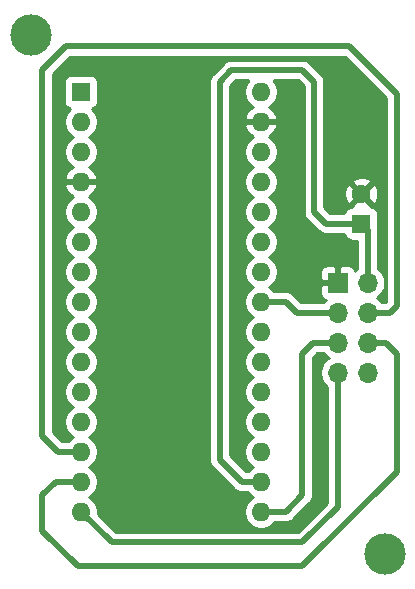
<source format=gbr>
%TF.GenerationSoftware,KiCad,Pcbnew,(5.1.10)-1*%
%TF.CreationDate,2021-09-13T09:28:10+02:00*%
%TF.ProjectId,CarteRecepteur,43617274-6552-4656-9365-70746575722e,rev?*%
%TF.SameCoordinates,Original*%
%TF.FileFunction,Copper,L1,Top*%
%TF.FilePolarity,Positive*%
%FSLAX46Y46*%
G04 Gerber Fmt 4.6, Leading zero omitted, Abs format (unit mm)*
G04 Created by KiCad (PCBNEW (5.1.10)-1) date 2021-09-13 09:28:10*
%MOMM*%
%LPD*%
G01*
G04 APERTURE LIST*
%TA.AperFunction,ComponentPad*%
%ADD10C,3.500000*%
%TD*%
%TA.AperFunction,ComponentPad*%
%ADD11O,1.600000X1.600000*%
%TD*%
%TA.AperFunction,ComponentPad*%
%ADD12R,1.600000X1.600000*%
%TD*%
%TA.AperFunction,ComponentPad*%
%ADD13C,1.600000*%
%TD*%
%TA.AperFunction,ComponentPad*%
%ADD14O,1.700000X1.700000*%
%TD*%
%TA.AperFunction,ComponentPad*%
%ADD15R,1.700000X1.700000*%
%TD*%
%TA.AperFunction,Conductor*%
%ADD16C,0.500000*%
%TD*%
%TA.AperFunction,Conductor*%
%ADD17C,0.254000*%
%TD*%
%TA.AperFunction,Conductor*%
%ADD18C,0.100000*%
%TD*%
G04 APERTURE END LIST*
D10*
%TO.P,H2,1*%
%TO.N,N/C*%
X138000000Y-92000000D03*
%TD*%
%TO.P,H1,1*%
%TO.N,N/C*%
X108000000Y-48000000D03*
%TD*%
D11*
%TO.P,A1,16*%
%TO.N,/SCK*%
X127500000Y-88400000D03*
%TO.P,A1,15*%
%TO.N,/MISO*%
X112260000Y-88400000D03*
%TO.P,A1,30*%
%TO.N,N/C*%
X127500000Y-52840000D03*
%TO.P,A1,14*%
%TO.N,/MOSI*%
X112260000Y-85860000D03*
%TO.P,A1,29*%
%TO.N,GND*%
X127500000Y-55380000D03*
%TO.P,A1,13*%
%TO.N,/CS*%
X112260000Y-83320000D03*
%TO.P,A1,28*%
%TO.N,N/C*%
X127500000Y-57920000D03*
%TO.P,A1,12*%
X112260000Y-80780000D03*
%TO.P,A1,27*%
X127500000Y-60460000D03*
%TO.P,A1,11*%
X112260000Y-78240000D03*
%TO.P,A1,26*%
X127500000Y-63000000D03*
%TO.P,A1,10*%
X112260000Y-75700000D03*
%TO.P,A1,25*%
X127500000Y-65540000D03*
%TO.P,A1,9*%
X112260000Y-73160000D03*
%TO.P,A1,24*%
X127500000Y-68080000D03*
%TO.P,A1,8*%
X112260000Y-70620000D03*
%TO.P,A1,23*%
%TO.N,/CE*%
X127500000Y-70620000D03*
%TO.P,A1,7*%
%TO.N,N/C*%
X112260000Y-68080000D03*
%TO.P,A1,22*%
X127500000Y-73160000D03*
%TO.P,A1,6*%
X112260000Y-65540000D03*
%TO.P,A1,21*%
X127500000Y-75700000D03*
%TO.P,A1,5*%
X112260000Y-63000000D03*
%TO.P,A1,20*%
X127500000Y-78240000D03*
%TO.P,A1,4*%
%TO.N,GND*%
X112260000Y-60460000D03*
%TO.P,A1,19*%
%TO.N,N/C*%
X127500000Y-80780000D03*
%TO.P,A1,3*%
X112260000Y-57920000D03*
%TO.P,A1,18*%
X127500000Y-83320000D03*
%TO.P,A1,2*%
X112260000Y-55380000D03*
%TO.P,A1,17*%
%TO.N,+3V3*%
X127500000Y-85860000D03*
D12*
%TO.P,A1,1*%
%TO.N,N/C*%
X112260000Y-52840000D03*
%TD*%
D13*
%TO.P,C1,2*%
%TO.N,GND*%
X136000000Y-61500000D03*
D12*
%TO.P,C1,1*%
%TO.N,+3V3*%
X136000000Y-64000000D03*
%TD*%
D14*
%TO.P,J1,8*%
%TO.N,N/C*%
X136540000Y-76620000D03*
%TO.P,J1,7*%
%TO.N,/MISO*%
X134000000Y-76620000D03*
%TO.P,J1,6*%
%TO.N,/MOSI*%
X136540000Y-74080000D03*
%TO.P,J1,5*%
%TO.N,/SCK*%
X134000000Y-74080000D03*
%TO.P,J1,4*%
%TO.N,/CS*%
X136540000Y-71540000D03*
%TO.P,J1,3*%
%TO.N,/CE*%
X134000000Y-71540000D03*
%TO.P,J1,2*%
%TO.N,+3V3*%
X136540000Y-69000000D03*
D15*
%TO.P,J1,1*%
%TO.N,GND*%
X134000000Y-69000000D03*
%TD*%
D16*
%TO.N,+3V3*%
X136540000Y-64540000D02*
X136000000Y-64000000D01*
X136540000Y-69000000D02*
X136540000Y-64540000D01*
X127500000Y-85860000D02*
X125860000Y-85860000D01*
X125860000Y-85860000D02*
X124000000Y-84000000D01*
X124000000Y-84000000D02*
X124000000Y-52000000D01*
X124000000Y-52000000D02*
X125000000Y-51000000D01*
X125000000Y-51000000D02*
X131000000Y-51000000D01*
X131000000Y-51000000D02*
X132000000Y-52000000D01*
X132000000Y-52000000D02*
X132000000Y-63000000D01*
X133000000Y-64000000D02*
X136000000Y-64000000D01*
X132000000Y-63000000D02*
X133000000Y-64000000D01*
%TO.N,/SCK*%
X127500000Y-88400000D02*
X129600000Y-88400000D01*
X129600000Y-88400000D02*
X131000000Y-87000000D01*
X131000000Y-87000000D02*
X131000000Y-75000000D01*
X131920000Y-74080000D02*
X134000000Y-74080000D01*
X131000000Y-75000000D02*
X131920000Y-74080000D01*
%TO.N,/MISO*%
X112260000Y-88400000D02*
X114860000Y-91000000D01*
X114860000Y-91000000D02*
X131000000Y-91000000D01*
X134000000Y-88000000D02*
X134000000Y-76620000D01*
X131000000Y-91000000D02*
X134000000Y-88000000D01*
%TO.N,/MOSI*%
X112260000Y-85860000D02*
X110140000Y-85860000D01*
X110140000Y-85860000D02*
X109000000Y-87000000D01*
X109000000Y-87000000D02*
X109000000Y-90000000D01*
X109000000Y-90000000D02*
X112000000Y-93000000D01*
X112000000Y-93000000D02*
X131000000Y-93000000D01*
X131000000Y-93000000D02*
X139000000Y-85000000D01*
X139000000Y-85000000D02*
X139000000Y-75000000D01*
X138080000Y-74080000D02*
X136540000Y-74080000D01*
X139000000Y-75000000D02*
X138080000Y-74080000D01*
%TO.N,/CS*%
X110320000Y-83320000D02*
X112260000Y-83320000D01*
X109000000Y-51000000D02*
X109000000Y-82000000D01*
X111000000Y-49000000D02*
X109000000Y-51000000D01*
X135000000Y-49000000D02*
X111000000Y-49000000D01*
X139000000Y-53000000D02*
X135000000Y-49000000D01*
X109000000Y-82000000D02*
X110320000Y-83320000D01*
X139000000Y-71000000D02*
X139000000Y-53000000D01*
X138460000Y-71540000D02*
X139000000Y-71000000D01*
X136540000Y-71540000D02*
X138460000Y-71540000D01*
%TO.N,/CE*%
X127500000Y-70620000D02*
X129620000Y-70620000D01*
X130540000Y-71540000D02*
X134000000Y-71540000D01*
X129620000Y-70620000D02*
X130540000Y-71540000D01*
%TD*%
D17*
%TO.N,GND*%
X138115001Y-53366580D02*
X138115000Y-70633422D01*
X138093422Y-70655000D01*
X137734656Y-70655000D01*
X137693475Y-70593368D01*
X137486632Y-70386525D01*
X137312240Y-70270000D01*
X137486632Y-70153475D01*
X137693475Y-69946632D01*
X137855990Y-69703411D01*
X137967932Y-69433158D01*
X138025000Y-69146260D01*
X138025000Y-68853740D01*
X137967932Y-68566842D01*
X137855990Y-68296589D01*
X137693475Y-68053368D01*
X137486632Y-67846525D01*
X137425000Y-67805344D01*
X137425000Y-64927159D01*
X137425812Y-64924482D01*
X137438072Y-64800000D01*
X137438072Y-63200000D01*
X137425812Y-63075518D01*
X137389502Y-62955820D01*
X137330537Y-62845506D01*
X137251185Y-62748815D01*
X137154494Y-62669463D01*
X137044180Y-62610498D01*
X136924482Y-62574188D01*
X136800000Y-62561928D01*
X136792785Y-62561928D01*
X136813097Y-62492702D01*
X136000000Y-61679605D01*
X135186903Y-62492702D01*
X135207215Y-62561928D01*
X135200000Y-62561928D01*
X135075518Y-62574188D01*
X134955820Y-62610498D01*
X134845506Y-62669463D01*
X134748815Y-62748815D01*
X134669463Y-62845506D01*
X134610498Y-62955820D01*
X134574188Y-63075518D01*
X134570299Y-63115000D01*
X133366579Y-63115000D01*
X132885000Y-62633422D01*
X132885000Y-61570512D01*
X134559783Y-61570512D01*
X134601213Y-61850130D01*
X134696397Y-62116292D01*
X134763329Y-62241514D01*
X135007298Y-62313097D01*
X135820395Y-61500000D01*
X136179605Y-61500000D01*
X136992702Y-62313097D01*
X137236671Y-62241514D01*
X137357571Y-61986004D01*
X137426300Y-61711816D01*
X137440217Y-61429488D01*
X137398787Y-61149870D01*
X137303603Y-60883708D01*
X137236671Y-60758486D01*
X136992702Y-60686903D01*
X136179605Y-61500000D01*
X135820395Y-61500000D01*
X135007298Y-60686903D01*
X134763329Y-60758486D01*
X134642429Y-61013996D01*
X134573700Y-61288184D01*
X134559783Y-61570512D01*
X132885000Y-61570512D01*
X132885000Y-60507298D01*
X135186903Y-60507298D01*
X136000000Y-61320395D01*
X136813097Y-60507298D01*
X136741514Y-60263329D01*
X136486004Y-60142429D01*
X136211816Y-60073700D01*
X135929488Y-60059783D01*
X135649870Y-60101213D01*
X135383708Y-60196397D01*
X135258486Y-60263329D01*
X135186903Y-60507298D01*
X132885000Y-60507298D01*
X132885000Y-52043469D01*
X132889281Y-52000000D01*
X132885000Y-51956531D01*
X132885000Y-51956523D01*
X132872195Y-51826510D01*
X132862885Y-51795820D01*
X132821589Y-51659686D01*
X132739411Y-51505941D01*
X132656532Y-51404953D01*
X132656530Y-51404951D01*
X132628817Y-51371183D01*
X132595050Y-51343471D01*
X131656532Y-50404954D01*
X131628817Y-50371183D01*
X131494059Y-50260589D01*
X131340313Y-50178411D01*
X131173490Y-50127805D01*
X131043477Y-50115000D01*
X131043469Y-50115000D01*
X131000000Y-50110719D01*
X130956531Y-50115000D01*
X125043469Y-50115000D01*
X125000000Y-50110719D01*
X124956531Y-50115000D01*
X124956523Y-50115000D01*
X124826510Y-50127805D01*
X124659686Y-50178411D01*
X124505941Y-50260589D01*
X124404953Y-50343468D01*
X124404951Y-50343470D01*
X124371183Y-50371183D01*
X124343470Y-50404951D01*
X123404951Y-51343471D01*
X123371184Y-51371183D01*
X123343471Y-51404951D01*
X123343468Y-51404954D01*
X123260590Y-51505941D01*
X123178412Y-51659687D01*
X123127805Y-51826510D01*
X123110719Y-52000000D01*
X123115001Y-52043479D01*
X123115000Y-83956531D01*
X123110719Y-84000000D01*
X123115000Y-84043469D01*
X123115000Y-84043476D01*
X123121623Y-84110719D01*
X123127805Y-84173490D01*
X123143157Y-84224096D01*
X123178411Y-84340312D01*
X123260589Y-84494058D01*
X123371183Y-84628817D01*
X123404956Y-84656534D01*
X125203468Y-86455047D01*
X125231183Y-86488817D01*
X125264951Y-86516530D01*
X125264953Y-86516532D01*
X125293216Y-86539727D01*
X125365941Y-86599411D01*
X125519687Y-86681589D01*
X125686510Y-86732195D01*
X125816523Y-86745000D01*
X125816533Y-86745000D01*
X125859999Y-86749281D01*
X125903465Y-86745000D01*
X126365479Y-86745000D01*
X126385363Y-86774759D01*
X126585241Y-86974637D01*
X126817759Y-87130000D01*
X126585241Y-87285363D01*
X126385363Y-87485241D01*
X126228320Y-87720273D01*
X126120147Y-87981426D01*
X126065000Y-88258665D01*
X126065000Y-88541335D01*
X126120147Y-88818574D01*
X126228320Y-89079727D01*
X126385363Y-89314759D01*
X126585241Y-89514637D01*
X126820273Y-89671680D01*
X127081426Y-89779853D01*
X127358665Y-89835000D01*
X127641335Y-89835000D01*
X127918574Y-89779853D01*
X128179727Y-89671680D01*
X128414759Y-89514637D01*
X128614637Y-89314759D01*
X128634521Y-89285000D01*
X129556531Y-89285000D01*
X129600000Y-89289281D01*
X129643469Y-89285000D01*
X129643477Y-89285000D01*
X129773490Y-89272195D01*
X129940313Y-89221589D01*
X130094059Y-89139411D01*
X130228817Y-89028817D01*
X130256534Y-88995044D01*
X131595050Y-87656529D01*
X131628817Y-87628817D01*
X131670185Y-87578411D01*
X131739410Y-87494060D01*
X131739411Y-87494059D01*
X131821589Y-87340313D01*
X131872195Y-87173490D01*
X131885000Y-87043477D01*
X131885000Y-87043469D01*
X131889281Y-87000000D01*
X131885000Y-86956531D01*
X131885000Y-75366578D01*
X132286579Y-74965000D01*
X132805344Y-74965000D01*
X132846525Y-75026632D01*
X133053368Y-75233475D01*
X133227760Y-75350000D01*
X133053368Y-75466525D01*
X132846525Y-75673368D01*
X132684010Y-75916589D01*
X132572068Y-76186842D01*
X132515000Y-76473740D01*
X132515000Y-76766260D01*
X132572068Y-77053158D01*
X132684010Y-77323411D01*
X132846525Y-77566632D01*
X133053368Y-77773475D01*
X133115001Y-77814657D01*
X133115000Y-87633421D01*
X130633422Y-90115000D01*
X115226579Y-90115000D01*
X113688017Y-88576439D01*
X113695000Y-88541335D01*
X113695000Y-88258665D01*
X113639853Y-87981426D01*
X113531680Y-87720273D01*
X113374637Y-87485241D01*
X113174759Y-87285363D01*
X112942241Y-87130000D01*
X113174759Y-86974637D01*
X113374637Y-86774759D01*
X113531680Y-86539727D01*
X113639853Y-86278574D01*
X113695000Y-86001335D01*
X113695000Y-85718665D01*
X113639853Y-85441426D01*
X113531680Y-85180273D01*
X113374637Y-84945241D01*
X113174759Y-84745363D01*
X112942241Y-84590000D01*
X113174759Y-84434637D01*
X113374637Y-84234759D01*
X113531680Y-83999727D01*
X113639853Y-83738574D01*
X113695000Y-83461335D01*
X113695000Y-83178665D01*
X113639853Y-82901426D01*
X113531680Y-82640273D01*
X113374637Y-82405241D01*
X113174759Y-82205363D01*
X112942241Y-82050000D01*
X113174759Y-81894637D01*
X113374637Y-81694759D01*
X113531680Y-81459727D01*
X113639853Y-81198574D01*
X113695000Y-80921335D01*
X113695000Y-80638665D01*
X113639853Y-80361426D01*
X113531680Y-80100273D01*
X113374637Y-79865241D01*
X113174759Y-79665363D01*
X112942241Y-79510000D01*
X113174759Y-79354637D01*
X113374637Y-79154759D01*
X113531680Y-78919727D01*
X113639853Y-78658574D01*
X113695000Y-78381335D01*
X113695000Y-78098665D01*
X113639853Y-77821426D01*
X113531680Y-77560273D01*
X113374637Y-77325241D01*
X113174759Y-77125363D01*
X112942241Y-76970000D01*
X113174759Y-76814637D01*
X113374637Y-76614759D01*
X113531680Y-76379727D01*
X113639853Y-76118574D01*
X113695000Y-75841335D01*
X113695000Y-75558665D01*
X113639853Y-75281426D01*
X113531680Y-75020273D01*
X113374637Y-74785241D01*
X113174759Y-74585363D01*
X112942241Y-74430000D01*
X113174759Y-74274637D01*
X113374637Y-74074759D01*
X113531680Y-73839727D01*
X113639853Y-73578574D01*
X113695000Y-73301335D01*
X113695000Y-73018665D01*
X113639853Y-72741426D01*
X113531680Y-72480273D01*
X113374637Y-72245241D01*
X113174759Y-72045363D01*
X112942241Y-71890000D01*
X113174759Y-71734637D01*
X113374637Y-71534759D01*
X113531680Y-71299727D01*
X113639853Y-71038574D01*
X113695000Y-70761335D01*
X113695000Y-70478665D01*
X113639853Y-70201426D01*
X113531680Y-69940273D01*
X113374637Y-69705241D01*
X113174759Y-69505363D01*
X112942241Y-69350000D01*
X113174759Y-69194637D01*
X113374637Y-68994759D01*
X113531680Y-68759727D01*
X113639853Y-68498574D01*
X113695000Y-68221335D01*
X113695000Y-67938665D01*
X113639853Y-67661426D01*
X113531680Y-67400273D01*
X113374637Y-67165241D01*
X113174759Y-66965363D01*
X112942241Y-66810000D01*
X113174759Y-66654637D01*
X113374637Y-66454759D01*
X113531680Y-66219727D01*
X113639853Y-65958574D01*
X113695000Y-65681335D01*
X113695000Y-65398665D01*
X113639853Y-65121426D01*
X113531680Y-64860273D01*
X113374637Y-64625241D01*
X113174759Y-64425363D01*
X112942241Y-64270000D01*
X113174759Y-64114637D01*
X113374637Y-63914759D01*
X113531680Y-63679727D01*
X113639853Y-63418574D01*
X113695000Y-63141335D01*
X113695000Y-62858665D01*
X113639853Y-62581426D01*
X113531680Y-62320273D01*
X113374637Y-62085241D01*
X113174759Y-61885363D01*
X112939727Y-61728320D01*
X112929135Y-61723933D01*
X113115131Y-61612385D01*
X113323519Y-61423414D01*
X113491037Y-61197420D01*
X113611246Y-60943087D01*
X113651904Y-60809039D01*
X113529915Y-60587000D01*
X112387000Y-60587000D01*
X112387000Y-60607000D01*
X112133000Y-60607000D01*
X112133000Y-60587000D01*
X110990085Y-60587000D01*
X110868096Y-60809039D01*
X110908754Y-60943087D01*
X111028963Y-61197420D01*
X111196481Y-61423414D01*
X111404869Y-61612385D01*
X111590865Y-61723933D01*
X111580273Y-61728320D01*
X111345241Y-61885363D01*
X111145363Y-62085241D01*
X110988320Y-62320273D01*
X110880147Y-62581426D01*
X110825000Y-62858665D01*
X110825000Y-63141335D01*
X110880147Y-63418574D01*
X110988320Y-63679727D01*
X111145363Y-63914759D01*
X111345241Y-64114637D01*
X111577759Y-64270000D01*
X111345241Y-64425363D01*
X111145363Y-64625241D01*
X110988320Y-64860273D01*
X110880147Y-65121426D01*
X110825000Y-65398665D01*
X110825000Y-65681335D01*
X110880147Y-65958574D01*
X110988320Y-66219727D01*
X111145363Y-66454759D01*
X111345241Y-66654637D01*
X111577759Y-66810000D01*
X111345241Y-66965363D01*
X111145363Y-67165241D01*
X110988320Y-67400273D01*
X110880147Y-67661426D01*
X110825000Y-67938665D01*
X110825000Y-68221335D01*
X110880147Y-68498574D01*
X110988320Y-68759727D01*
X111145363Y-68994759D01*
X111345241Y-69194637D01*
X111577759Y-69350000D01*
X111345241Y-69505363D01*
X111145363Y-69705241D01*
X110988320Y-69940273D01*
X110880147Y-70201426D01*
X110825000Y-70478665D01*
X110825000Y-70761335D01*
X110880147Y-71038574D01*
X110988320Y-71299727D01*
X111145363Y-71534759D01*
X111345241Y-71734637D01*
X111577759Y-71890000D01*
X111345241Y-72045363D01*
X111145363Y-72245241D01*
X110988320Y-72480273D01*
X110880147Y-72741426D01*
X110825000Y-73018665D01*
X110825000Y-73301335D01*
X110880147Y-73578574D01*
X110988320Y-73839727D01*
X111145363Y-74074759D01*
X111345241Y-74274637D01*
X111577759Y-74430000D01*
X111345241Y-74585363D01*
X111145363Y-74785241D01*
X110988320Y-75020273D01*
X110880147Y-75281426D01*
X110825000Y-75558665D01*
X110825000Y-75841335D01*
X110880147Y-76118574D01*
X110988320Y-76379727D01*
X111145363Y-76614759D01*
X111345241Y-76814637D01*
X111577759Y-76970000D01*
X111345241Y-77125363D01*
X111145363Y-77325241D01*
X110988320Y-77560273D01*
X110880147Y-77821426D01*
X110825000Y-78098665D01*
X110825000Y-78381335D01*
X110880147Y-78658574D01*
X110988320Y-78919727D01*
X111145363Y-79154759D01*
X111345241Y-79354637D01*
X111577759Y-79510000D01*
X111345241Y-79665363D01*
X111145363Y-79865241D01*
X110988320Y-80100273D01*
X110880147Y-80361426D01*
X110825000Y-80638665D01*
X110825000Y-80921335D01*
X110880147Y-81198574D01*
X110988320Y-81459727D01*
X111145363Y-81694759D01*
X111345241Y-81894637D01*
X111577759Y-82050000D01*
X111345241Y-82205363D01*
X111145363Y-82405241D01*
X111125479Y-82435000D01*
X110686579Y-82435000D01*
X109885000Y-81633422D01*
X109885000Y-52040000D01*
X110821928Y-52040000D01*
X110821928Y-53640000D01*
X110834188Y-53764482D01*
X110870498Y-53884180D01*
X110929463Y-53994494D01*
X111008815Y-54091185D01*
X111105506Y-54170537D01*
X111215820Y-54229502D01*
X111335518Y-54265812D01*
X111343961Y-54266643D01*
X111145363Y-54465241D01*
X110988320Y-54700273D01*
X110880147Y-54961426D01*
X110825000Y-55238665D01*
X110825000Y-55521335D01*
X110880147Y-55798574D01*
X110988320Y-56059727D01*
X111145363Y-56294759D01*
X111345241Y-56494637D01*
X111577759Y-56650000D01*
X111345241Y-56805363D01*
X111145363Y-57005241D01*
X110988320Y-57240273D01*
X110880147Y-57501426D01*
X110825000Y-57778665D01*
X110825000Y-58061335D01*
X110880147Y-58338574D01*
X110988320Y-58599727D01*
X111145363Y-58834759D01*
X111345241Y-59034637D01*
X111580273Y-59191680D01*
X111590865Y-59196067D01*
X111404869Y-59307615D01*
X111196481Y-59496586D01*
X111028963Y-59722580D01*
X110908754Y-59976913D01*
X110868096Y-60110961D01*
X110990085Y-60333000D01*
X112133000Y-60333000D01*
X112133000Y-60313000D01*
X112387000Y-60313000D01*
X112387000Y-60333000D01*
X113529915Y-60333000D01*
X113651904Y-60110961D01*
X113611246Y-59976913D01*
X113491037Y-59722580D01*
X113323519Y-59496586D01*
X113115131Y-59307615D01*
X112929135Y-59196067D01*
X112939727Y-59191680D01*
X113174759Y-59034637D01*
X113374637Y-58834759D01*
X113531680Y-58599727D01*
X113639853Y-58338574D01*
X113695000Y-58061335D01*
X113695000Y-57778665D01*
X113639853Y-57501426D01*
X113531680Y-57240273D01*
X113374637Y-57005241D01*
X113174759Y-56805363D01*
X112942241Y-56650000D01*
X113174759Y-56494637D01*
X113374637Y-56294759D01*
X113531680Y-56059727D01*
X113639853Y-55798574D01*
X113695000Y-55521335D01*
X113695000Y-55238665D01*
X113639853Y-54961426D01*
X113531680Y-54700273D01*
X113374637Y-54465241D01*
X113176039Y-54266643D01*
X113184482Y-54265812D01*
X113304180Y-54229502D01*
X113414494Y-54170537D01*
X113511185Y-54091185D01*
X113590537Y-53994494D01*
X113649502Y-53884180D01*
X113685812Y-53764482D01*
X113698072Y-53640000D01*
X113698072Y-52040000D01*
X113685812Y-51915518D01*
X113649502Y-51795820D01*
X113590537Y-51685506D01*
X113511185Y-51588815D01*
X113414494Y-51509463D01*
X113304180Y-51450498D01*
X113184482Y-51414188D01*
X113060000Y-51401928D01*
X111460000Y-51401928D01*
X111335518Y-51414188D01*
X111215820Y-51450498D01*
X111105506Y-51509463D01*
X111008815Y-51588815D01*
X110929463Y-51685506D01*
X110870498Y-51795820D01*
X110834188Y-51915518D01*
X110821928Y-52040000D01*
X109885000Y-52040000D01*
X109885000Y-51366578D01*
X111366579Y-49885000D01*
X134633422Y-49885000D01*
X138115001Y-53366580D01*
%TA.AperFunction,Conductor*%
D18*
G36*
X138115001Y-53366580D02*
G01*
X138115000Y-70633422D01*
X138093422Y-70655000D01*
X137734656Y-70655000D01*
X137693475Y-70593368D01*
X137486632Y-70386525D01*
X137312240Y-70270000D01*
X137486632Y-70153475D01*
X137693475Y-69946632D01*
X137855990Y-69703411D01*
X137967932Y-69433158D01*
X138025000Y-69146260D01*
X138025000Y-68853740D01*
X137967932Y-68566842D01*
X137855990Y-68296589D01*
X137693475Y-68053368D01*
X137486632Y-67846525D01*
X137425000Y-67805344D01*
X137425000Y-64927159D01*
X137425812Y-64924482D01*
X137438072Y-64800000D01*
X137438072Y-63200000D01*
X137425812Y-63075518D01*
X137389502Y-62955820D01*
X137330537Y-62845506D01*
X137251185Y-62748815D01*
X137154494Y-62669463D01*
X137044180Y-62610498D01*
X136924482Y-62574188D01*
X136800000Y-62561928D01*
X136792785Y-62561928D01*
X136813097Y-62492702D01*
X136000000Y-61679605D01*
X135186903Y-62492702D01*
X135207215Y-62561928D01*
X135200000Y-62561928D01*
X135075518Y-62574188D01*
X134955820Y-62610498D01*
X134845506Y-62669463D01*
X134748815Y-62748815D01*
X134669463Y-62845506D01*
X134610498Y-62955820D01*
X134574188Y-63075518D01*
X134570299Y-63115000D01*
X133366579Y-63115000D01*
X132885000Y-62633422D01*
X132885000Y-61570512D01*
X134559783Y-61570512D01*
X134601213Y-61850130D01*
X134696397Y-62116292D01*
X134763329Y-62241514D01*
X135007298Y-62313097D01*
X135820395Y-61500000D01*
X136179605Y-61500000D01*
X136992702Y-62313097D01*
X137236671Y-62241514D01*
X137357571Y-61986004D01*
X137426300Y-61711816D01*
X137440217Y-61429488D01*
X137398787Y-61149870D01*
X137303603Y-60883708D01*
X137236671Y-60758486D01*
X136992702Y-60686903D01*
X136179605Y-61500000D01*
X135820395Y-61500000D01*
X135007298Y-60686903D01*
X134763329Y-60758486D01*
X134642429Y-61013996D01*
X134573700Y-61288184D01*
X134559783Y-61570512D01*
X132885000Y-61570512D01*
X132885000Y-60507298D01*
X135186903Y-60507298D01*
X136000000Y-61320395D01*
X136813097Y-60507298D01*
X136741514Y-60263329D01*
X136486004Y-60142429D01*
X136211816Y-60073700D01*
X135929488Y-60059783D01*
X135649870Y-60101213D01*
X135383708Y-60196397D01*
X135258486Y-60263329D01*
X135186903Y-60507298D01*
X132885000Y-60507298D01*
X132885000Y-52043469D01*
X132889281Y-52000000D01*
X132885000Y-51956531D01*
X132885000Y-51956523D01*
X132872195Y-51826510D01*
X132862885Y-51795820D01*
X132821589Y-51659686D01*
X132739411Y-51505941D01*
X132656532Y-51404953D01*
X132656530Y-51404951D01*
X132628817Y-51371183D01*
X132595050Y-51343471D01*
X131656532Y-50404954D01*
X131628817Y-50371183D01*
X131494059Y-50260589D01*
X131340313Y-50178411D01*
X131173490Y-50127805D01*
X131043477Y-50115000D01*
X131043469Y-50115000D01*
X131000000Y-50110719D01*
X130956531Y-50115000D01*
X125043469Y-50115000D01*
X125000000Y-50110719D01*
X124956531Y-50115000D01*
X124956523Y-50115000D01*
X124826510Y-50127805D01*
X124659686Y-50178411D01*
X124505941Y-50260589D01*
X124404953Y-50343468D01*
X124404951Y-50343470D01*
X124371183Y-50371183D01*
X124343470Y-50404951D01*
X123404951Y-51343471D01*
X123371184Y-51371183D01*
X123343471Y-51404951D01*
X123343468Y-51404954D01*
X123260590Y-51505941D01*
X123178412Y-51659687D01*
X123127805Y-51826510D01*
X123110719Y-52000000D01*
X123115001Y-52043479D01*
X123115000Y-83956531D01*
X123110719Y-84000000D01*
X123115000Y-84043469D01*
X123115000Y-84043476D01*
X123121623Y-84110719D01*
X123127805Y-84173490D01*
X123143157Y-84224096D01*
X123178411Y-84340312D01*
X123260589Y-84494058D01*
X123371183Y-84628817D01*
X123404956Y-84656534D01*
X125203468Y-86455047D01*
X125231183Y-86488817D01*
X125264951Y-86516530D01*
X125264953Y-86516532D01*
X125293216Y-86539727D01*
X125365941Y-86599411D01*
X125519687Y-86681589D01*
X125686510Y-86732195D01*
X125816523Y-86745000D01*
X125816533Y-86745000D01*
X125859999Y-86749281D01*
X125903465Y-86745000D01*
X126365479Y-86745000D01*
X126385363Y-86774759D01*
X126585241Y-86974637D01*
X126817759Y-87130000D01*
X126585241Y-87285363D01*
X126385363Y-87485241D01*
X126228320Y-87720273D01*
X126120147Y-87981426D01*
X126065000Y-88258665D01*
X126065000Y-88541335D01*
X126120147Y-88818574D01*
X126228320Y-89079727D01*
X126385363Y-89314759D01*
X126585241Y-89514637D01*
X126820273Y-89671680D01*
X127081426Y-89779853D01*
X127358665Y-89835000D01*
X127641335Y-89835000D01*
X127918574Y-89779853D01*
X128179727Y-89671680D01*
X128414759Y-89514637D01*
X128614637Y-89314759D01*
X128634521Y-89285000D01*
X129556531Y-89285000D01*
X129600000Y-89289281D01*
X129643469Y-89285000D01*
X129643477Y-89285000D01*
X129773490Y-89272195D01*
X129940313Y-89221589D01*
X130094059Y-89139411D01*
X130228817Y-89028817D01*
X130256534Y-88995044D01*
X131595050Y-87656529D01*
X131628817Y-87628817D01*
X131670185Y-87578411D01*
X131739410Y-87494060D01*
X131739411Y-87494059D01*
X131821589Y-87340313D01*
X131872195Y-87173490D01*
X131885000Y-87043477D01*
X131885000Y-87043469D01*
X131889281Y-87000000D01*
X131885000Y-86956531D01*
X131885000Y-75366578D01*
X132286579Y-74965000D01*
X132805344Y-74965000D01*
X132846525Y-75026632D01*
X133053368Y-75233475D01*
X133227760Y-75350000D01*
X133053368Y-75466525D01*
X132846525Y-75673368D01*
X132684010Y-75916589D01*
X132572068Y-76186842D01*
X132515000Y-76473740D01*
X132515000Y-76766260D01*
X132572068Y-77053158D01*
X132684010Y-77323411D01*
X132846525Y-77566632D01*
X133053368Y-77773475D01*
X133115001Y-77814657D01*
X133115000Y-87633421D01*
X130633422Y-90115000D01*
X115226579Y-90115000D01*
X113688017Y-88576439D01*
X113695000Y-88541335D01*
X113695000Y-88258665D01*
X113639853Y-87981426D01*
X113531680Y-87720273D01*
X113374637Y-87485241D01*
X113174759Y-87285363D01*
X112942241Y-87130000D01*
X113174759Y-86974637D01*
X113374637Y-86774759D01*
X113531680Y-86539727D01*
X113639853Y-86278574D01*
X113695000Y-86001335D01*
X113695000Y-85718665D01*
X113639853Y-85441426D01*
X113531680Y-85180273D01*
X113374637Y-84945241D01*
X113174759Y-84745363D01*
X112942241Y-84590000D01*
X113174759Y-84434637D01*
X113374637Y-84234759D01*
X113531680Y-83999727D01*
X113639853Y-83738574D01*
X113695000Y-83461335D01*
X113695000Y-83178665D01*
X113639853Y-82901426D01*
X113531680Y-82640273D01*
X113374637Y-82405241D01*
X113174759Y-82205363D01*
X112942241Y-82050000D01*
X113174759Y-81894637D01*
X113374637Y-81694759D01*
X113531680Y-81459727D01*
X113639853Y-81198574D01*
X113695000Y-80921335D01*
X113695000Y-80638665D01*
X113639853Y-80361426D01*
X113531680Y-80100273D01*
X113374637Y-79865241D01*
X113174759Y-79665363D01*
X112942241Y-79510000D01*
X113174759Y-79354637D01*
X113374637Y-79154759D01*
X113531680Y-78919727D01*
X113639853Y-78658574D01*
X113695000Y-78381335D01*
X113695000Y-78098665D01*
X113639853Y-77821426D01*
X113531680Y-77560273D01*
X113374637Y-77325241D01*
X113174759Y-77125363D01*
X112942241Y-76970000D01*
X113174759Y-76814637D01*
X113374637Y-76614759D01*
X113531680Y-76379727D01*
X113639853Y-76118574D01*
X113695000Y-75841335D01*
X113695000Y-75558665D01*
X113639853Y-75281426D01*
X113531680Y-75020273D01*
X113374637Y-74785241D01*
X113174759Y-74585363D01*
X112942241Y-74430000D01*
X113174759Y-74274637D01*
X113374637Y-74074759D01*
X113531680Y-73839727D01*
X113639853Y-73578574D01*
X113695000Y-73301335D01*
X113695000Y-73018665D01*
X113639853Y-72741426D01*
X113531680Y-72480273D01*
X113374637Y-72245241D01*
X113174759Y-72045363D01*
X112942241Y-71890000D01*
X113174759Y-71734637D01*
X113374637Y-71534759D01*
X113531680Y-71299727D01*
X113639853Y-71038574D01*
X113695000Y-70761335D01*
X113695000Y-70478665D01*
X113639853Y-70201426D01*
X113531680Y-69940273D01*
X113374637Y-69705241D01*
X113174759Y-69505363D01*
X112942241Y-69350000D01*
X113174759Y-69194637D01*
X113374637Y-68994759D01*
X113531680Y-68759727D01*
X113639853Y-68498574D01*
X113695000Y-68221335D01*
X113695000Y-67938665D01*
X113639853Y-67661426D01*
X113531680Y-67400273D01*
X113374637Y-67165241D01*
X113174759Y-66965363D01*
X112942241Y-66810000D01*
X113174759Y-66654637D01*
X113374637Y-66454759D01*
X113531680Y-66219727D01*
X113639853Y-65958574D01*
X113695000Y-65681335D01*
X113695000Y-65398665D01*
X113639853Y-65121426D01*
X113531680Y-64860273D01*
X113374637Y-64625241D01*
X113174759Y-64425363D01*
X112942241Y-64270000D01*
X113174759Y-64114637D01*
X113374637Y-63914759D01*
X113531680Y-63679727D01*
X113639853Y-63418574D01*
X113695000Y-63141335D01*
X113695000Y-62858665D01*
X113639853Y-62581426D01*
X113531680Y-62320273D01*
X113374637Y-62085241D01*
X113174759Y-61885363D01*
X112939727Y-61728320D01*
X112929135Y-61723933D01*
X113115131Y-61612385D01*
X113323519Y-61423414D01*
X113491037Y-61197420D01*
X113611246Y-60943087D01*
X113651904Y-60809039D01*
X113529915Y-60587000D01*
X112387000Y-60587000D01*
X112387000Y-60607000D01*
X112133000Y-60607000D01*
X112133000Y-60587000D01*
X110990085Y-60587000D01*
X110868096Y-60809039D01*
X110908754Y-60943087D01*
X111028963Y-61197420D01*
X111196481Y-61423414D01*
X111404869Y-61612385D01*
X111590865Y-61723933D01*
X111580273Y-61728320D01*
X111345241Y-61885363D01*
X111145363Y-62085241D01*
X110988320Y-62320273D01*
X110880147Y-62581426D01*
X110825000Y-62858665D01*
X110825000Y-63141335D01*
X110880147Y-63418574D01*
X110988320Y-63679727D01*
X111145363Y-63914759D01*
X111345241Y-64114637D01*
X111577759Y-64270000D01*
X111345241Y-64425363D01*
X111145363Y-64625241D01*
X110988320Y-64860273D01*
X110880147Y-65121426D01*
X110825000Y-65398665D01*
X110825000Y-65681335D01*
X110880147Y-65958574D01*
X110988320Y-66219727D01*
X111145363Y-66454759D01*
X111345241Y-66654637D01*
X111577759Y-66810000D01*
X111345241Y-66965363D01*
X111145363Y-67165241D01*
X110988320Y-67400273D01*
X110880147Y-67661426D01*
X110825000Y-67938665D01*
X110825000Y-68221335D01*
X110880147Y-68498574D01*
X110988320Y-68759727D01*
X111145363Y-68994759D01*
X111345241Y-69194637D01*
X111577759Y-69350000D01*
X111345241Y-69505363D01*
X111145363Y-69705241D01*
X110988320Y-69940273D01*
X110880147Y-70201426D01*
X110825000Y-70478665D01*
X110825000Y-70761335D01*
X110880147Y-71038574D01*
X110988320Y-71299727D01*
X111145363Y-71534759D01*
X111345241Y-71734637D01*
X111577759Y-71890000D01*
X111345241Y-72045363D01*
X111145363Y-72245241D01*
X110988320Y-72480273D01*
X110880147Y-72741426D01*
X110825000Y-73018665D01*
X110825000Y-73301335D01*
X110880147Y-73578574D01*
X110988320Y-73839727D01*
X111145363Y-74074759D01*
X111345241Y-74274637D01*
X111577759Y-74430000D01*
X111345241Y-74585363D01*
X111145363Y-74785241D01*
X110988320Y-75020273D01*
X110880147Y-75281426D01*
X110825000Y-75558665D01*
X110825000Y-75841335D01*
X110880147Y-76118574D01*
X110988320Y-76379727D01*
X111145363Y-76614759D01*
X111345241Y-76814637D01*
X111577759Y-76970000D01*
X111345241Y-77125363D01*
X111145363Y-77325241D01*
X110988320Y-77560273D01*
X110880147Y-77821426D01*
X110825000Y-78098665D01*
X110825000Y-78381335D01*
X110880147Y-78658574D01*
X110988320Y-78919727D01*
X111145363Y-79154759D01*
X111345241Y-79354637D01*
X111577759Y-79510000D01*
X111345241Y-79665363D01*
X111145363Y-79865241D01*
X110988320Y-80100273D01*
X110880147Y-80361426D01*
X110825000Y-80638665D01*
X110825000Y-80921335D01*
X110880147Y-81198574D01*
X110988320Y-81459727D01*
X111145363Y-81694759D01*
X111345241Y-81894637D01*
X111577759Y-82050000D01*
X111345241Y-82205363D01*
X111145363Y-82405241D01*
X111125479Y-82435000D01*
X110686579Y-82435000D01*
X109885000Y-81633422D01*
X109885000Y-52040000D01*
X110821928Y-52040000D01*
X110821928Y-53640000D01*
X110834188Y-53764482D01*
X110870498Y-53884180D01*
X110929463Y-53994494D01*
X111008815Y-54091185D01*
X111105506Y-54170537D01*
X111215820Y-54229502D01*
X111335518Y-54265812D01*
X111343961Y-54266643D01*
X111145363Y-54465241D01*
X110988320Y-54700273D01*
X110880147Y-54961426D01*
X110825000Y-55238665D01*
X110825000Y-55521335D01*
X110880147Y-55798574D01*
X110988320Y-56059727D01*
X111145363Y-56294759D01*
X111345241Y-56494637D01*
X111577759Y-56650000D01*
X111345241Y-56805363D01*
X111145363Y-57005241D01*
X110988320Y-57240273D01*
X110880147Y-57501426D01*
X110825000Y-57778665D01*
X110825000Y-58061335D01*
X110880147Y-58338574D01*
X110988320Y-58599727D01*
X111145363Y-58834759D01*
X111345241Y-59034637D01*
X111580273Y-59191680D01*
X111590865Y-59196067D01*
X111404869Y-59307615D01*
X111196481Y-59496586D01*
X111028963Y-59722580D01*
X110908754Y-59976913D01*
X110868096Y-60110961D01*
X110990085Y-60333000D01*
X112133000Y-60333000D01*
X112133000Y-60313000D01*
X112387000Y-60313000D01*
X112387000Y-60333000D01*
X113529915Y-60333000D01*
X113651904Y-60110961D01*
X113611246Y-59976913D01*
X113491037Y-59722580D01*
X113323519Y-59496586D01*
X113115131Y-59307615D01*
X112929135Y-59196067D01*
X112939727Y-59191680D01*
X113174759Y-59034637D01*
X113374637Y-58834759D01*
X113531680Y-58599727D01*
X113639853Y-58338574D01*
X113695000Y-58061335D01*
X113695000Y-57778665D01*
X113639853Y-57501426D01*
X113531680Y-57240273D01*
X113374637Y-57005241D01*
X113174759Y-56805363D01*
X112942241Y-56650000D01*
X113174759Y-56494637D01*
X113374637Y-56294759D01*
X113531680Y-56059727D01*
X113639853Y-55798574D01*
X113695000Y-55521335D01*
X113695000Y-55238665D01*
X113639853Y-54961426D01*
X113531680Y-54700273D01*
X113374637Y-54465241D01*
X113176039Y-54266643D01*
X113184482Y-54265812D01*
X113304180Y-54229502D01*
X113414494Y-54170537D01*
X113511185Y-54091185D01*
X113590537Y-53994494D01*
X113649502Y-53884180D01*
X113685812Y-53764482D01*
X113698072Y-53640000D01*
X113698072Y-52040000D01*
X113685812Y-51915518D01*
X113649502Y-51795820D01*
X113590537Y-51685506D01*
X113511185Y-51588815D01*
X113414494Y-51509463D01*
X113304180Y-51450498D01*
X113184482Y-51414188D01*
X113060000Y-51401928D01*
X111460000Y-51401928D01*
X111335518Y-51414188D01*
X111215820Y-51450498D01*
X111105506Y-51509463D01*
X111008815Y-51588815D01*
X110929463Y-51685506D01*
X110870498Y-51795820D01*
X110834188Y-51915518D01*
X110821928Y-52040000D01*
X109885000Y-52040000D01*
X109885000Y-51366578D01*
X111366579Y-49885000D01*
X134633422Y-49885000D01*
X138115001Y-53366580D01*
G37*
%TD.AperFunction*%
D17*
X126385363Y-51925241D02*
X126228320Y-52160273D01*
X126120147Y-52421426D01*
X126065000Y-52698665D01*
X126065000Y-52981335D01*
X126120147Y-53258574D01*
X126228320Y-53519727D01*
X126385363Y-53754759D01*
X126585241Y-53954637D01*
X126820273Y-54111680D01*
X126830865Y-54116067D01*
X126644869Y-54227615D01*
X126436481Y-54416586D01*
X126268963Y-54642580D01*
X126148754Y-54896913D01*
X126108096Y-55030961D01*
X126230085Y-55253000D01*
X127373000Y-55253000D01*
X127373000Y-55233000D01*
X127627000Y-55233000D01*
X127627000Y-55253000D01*
X128769915Y-55253000D01*
X128891904Y-55030961D01*
X128851246Y-54896913D01*
X128731037Y-54642580D01*
X128563519Y-54416586D01*
X128355131Y-54227615D01*
X128169135Y-54116067D01*
X128179727Y-54111680D01*
X128414759Y-53954637D01*
X128614637Y-53754759D01*
X128771680Y-53519727D01*
X128879853Y-53258574D01*
X128935000Y-52981335D01*
X128935000Y-52698665D01*
X128879853Y-52421426D01*
X128771680Y-52160273D01*
X128614637Y-51925241D01*
X128574396Y-51885000D01*
X130633422Y-51885000D01*
X131115000Y-52366579D01*
X131115001Y-62956521D01*
X131110719Y-63000000D01*
X131127805Y-63173490D01*
X131178412Y-63340313D01*
X131260590Y-63494059D01*
X131343468Y-63595046D01*
X131343471Y-63595049D01*
X131371184Y-63628817D01*
X131404951Y-63656529D01*
X132343470Y-64595049D01*
X132371183Y-64628817D01*
X132404951Y-64656530D01*
X132404953Y-64656532D01*
X132505941Y-64739411D01*
X132659686Y-64821589D01*
X132787209Y-64860273D01*
X132826510Y-64872195D01*
X132956523Y-64885000D01*
X132956531Y-64885000D01*
X133000000Y-64889281D01*
X133043469Y-64885000D01*
X134570299Y-64885000D01*
X134574188Y-64924482D01*
X134610498Y-65044180D01*
X134669463Y-65154494D01*
X134748815Y-65251185D01*
X134845506Y-65330537D01*
X134955820Y-65389502D01*
X135075518Y-65425812D01*
X135200000Y-65438072D01*
X135655001Y-65438072D01*
X135655000Y-67805344D01*
X135593368Y-67846525D01*
X135461513Y-67978380D01*
X135439502Y-67905820D01*
X135380537Y-67795506D01*
X135301185Y-67698815D01*
X135204494Y-67619463D01*
X135094180Y-67560498D01*
X134974482Y-67524188D01*
X134850000Y-67511928D01*
X134285750Y-67515000D01*
X134127000Y-67673750D01*
X134127000Y-68873000D01*
X134147000Y-68873000D01*
X134147000Y-69127000D01*
X134127000Y-69127000D01*
X134127000Y-69147000D01*
X133873000Y-69147000D01*
X133873000Y-69127000D01*
X132673750Y-69127000D01*
X132515000Y-69285750D01*
X132511928Y-69850000D01*
X132524188Y-69974482D01*
X132560498Y-70094180D01*
X132619463Y-70204494D01*
X132698815Y-70301185D01*
X132795506Y-70380537D01*
X132905820Y-70439502D01*
X132978380Y-70461513D01*
X132846525Y-70593368D01*
X132805344Y-70655000D01*
X130906579Y-70655000D01*
X130276534Y-70024956D01*
X130248817Y-69991183D01*
X130114059Y-69880589D01*
X129960313Y-69798411D01*
X129793490Y-69747805D01*
X129663477Y-69735000D01*
X129663469Y-69735000D01*
X129620000Y-69730719D01*
X129576531Y-69735000D01*
X128634521Y-69735000D01*
X128614637Y-69705241D01*
X128414759Y-69505363D01*
X128182241Y-69350000D01*
X128414759Y-69194637D01*
X128614637Y-68994759D01*
X128771680Y-68759727D01*
X128879853Y-68498574D01*
X128935000Y-68221335D01*
X128935000Y-68150000D01*
X132511928Y-68150000D01*
X132515000Y-68714250D01*
X132673750Y-68873000D01*
X133873000Y-68873000D01*
X133873000Y-67673750D01*
X133714250Y-67515000D01*
X133150000Y-67511928D01*
X133025518Y-67524188D01*
X132905820Y-67560498D01*
X132795506Y-67619463D01*
X132698815Y-67698815D01*
X132619463Y-67795506D01*
X132560498Y-67905820D01*
X132524188Y-68025518D01*
X132511928Y-68150000D01*
X128935000Y-68150000D01*
X128935000Y-67938665D01*
X128879853Y-67661426D01*
X128771680Y-67400273D01*
X128614637Y-67165241D01*
X128414759Y-66965363D01*
X128182241Y-66810000D01*
X128414759Y-66654637D01*
X128614637Y-66454759D01*
X128771680Y-66219727D01*
X128879853Y-65958574D01*
X128935000Y-65681335D01*
X128935000Y-65398665D01*
X128879853Y-65121426D01*
X128771680Y-64860273D01*
X128614637Y-64625241D01*
X128414759Y-64425363D01*
X128182241Y-64270000D01*
X128414759Y-64114637D01*
X128614637Y-63914759D01*
X128771680Y-63679727D01*
X128879853Y-63418574D01*
X128935000Y-63141335D01*
X128935000Y-62858665D01*
X128879853Y-62581426D01*
X128771680Y-62320273D01*
X128614637Y-62085241D01*
X128414759Y-61885363D01*
X128182241Y-61730000D01*
X128414759Y-61574637D01*
X128614637Y-61374759D01*
X128771680Y-61139727D01*
X128879853Y-60878574D01*
X128935000Y-60601335D01*
X128935000Y-60318665D01*
X128879853Y-60041426D01*
X128771680Y-59780273D01*
X128614637Y-59545241D01*
X128414759Y-59345363D01*
X128182241Y-59190000D01*
X128414759Y-59034637D01*
X128614637Y-58834759D01*
X128771680Y-58599727D01*
X128879853Y-58338574D01*
X128935000Y-58061335D01*
X128935000Y-57778665D01*
X128879853Y-57501426D01*
X128771680Y-57240273D01*
X128614637Y-57005241D01*
X128414759Y-56805363D01*
X128179727Y-56648320D01*
X128169135Y-56643933D01*
X128355131Y-56532385D01*
X128563519Y-56343414D01*
X128731037Y-56117420D01*
X128851246Y-55863087D01*
X128891904Y-55729039D01*
X128769915Y-55507000D01*
X127627000Y-55507000D01*
X127627000Y-55527000D01*
X127373000Y-55527000D01*
X127373000Y-55507000D01*
X126230085Y-55507000D01*
X126108096Y-55729039D01*
X126148754Y-55863087D01*
X126268963Y-56117420D01*
X126436481Y-56343414D01*
X126644869Y-56532385D01*
X126830865Y-56643933D01*
X126820273Y-56648320D01*
X126585241Y-56805363D01*
X126385363Y-57005241D01*
X126228320Y-57240273D01*
X126120147Y-57501426D01*
X126065000Y-57778665D01*
X126065000Y-58061335D01*
X126120147Y-58338574D01*
X126228320Y-58599727D01*
X126385363Y-58834759D01*
X126585241Y-59034637D01*
X126817759Y-59190000D01*
X126585241Y-59345363D01*
X126385363Y-59545241D01*
X126228320Y-59780273D01*
X126120147Y-60041426D01*
X126065000Y-60318665D01*
X126065000Y-60601335D01*
X126120147Y-60878574D01*
X126228320Y-61139727D01*
X126385363Y-61374759D01*
X126585241Y-61574637D01*
X126817759Y-61730000D01*
X126585241Y-61885363D01*
X126385363Y-62085241D01*
X126228320Y-62320273D01*
X126120147Y-62581426D01*
X126065000Y-62858665D01*
X126065000Y-63141335D01*
X126120147Y-63418574D01*
X126228320Y-63679727D01*
X126385363Y-63914759D01*
X126585241Y-64114637D01*
X126817759Y-64270000D01*
X126585241Y-64425363D01*
X126385363Y-64625241D01*
X126228320Y-64860273D01*
X126120147Y-65121426D01*
X126065000Y-65398665D01*
X126065000Y-65681335D01*
X126120147Y-65958574D01*
X126228320Y-66219727D01*
X126385363Y-66454759D01*
X126585241Y-66654637D01*
X126817759Y-66810000D01*
X126585241Y-66965363D01*
X126385363Y-67165241D01*
X126228320Y-67400273D01*
X126120147Y-67661426D01*
X126065000Y-67938665D01*
X126065000Y-68221335D01*
X126120147Y-68498574D01*
X126228320Y-68759727D01*
X126385363Y-68994759D01*
X126585241Y-69194637D01*
X126817759Y-69350000D01*
X126585241Y-69505363D01*
X126385363Y-69705241D01*
X126228320Y-69940273D01*
X126120147Y-70201426D01*
X126065000Y-70478665D01*
X126065000Y-70761335D01*
X126120147Y-71038574D01*
X126228320Y-71299727D01*
X126385363Y-71534759D01*
X126585241Y-71734637D01*
X126817759Y-71890000D01*
X126585241Y-72045363D01*
X126385363Y-72245241D01*
X126228320Y-72480273D01*
X126120147Y-72741426D01*
X126065000Y-73018665D01*
X126065000Y-73301335D01*
X126120147Y-73578574D01*
X126228320Y-73839727D01*
X126385363Y-74074759D01*
X126585241Y-74274637D01*
X126817759Y-74430000D01*
X126585241Y-74585363D01*
X126385363Y-74785241D01*
X126228320Y-75020273D01*
X126120147Y-75281426D01*
X126065000Y-75558665D01*
X126065000Y-75841335D01*
X126120147Y-76118574D01*
X126228320Y-76379727D01*
X126385363Y-76614759D01*
X126585241Y-76814637D01*
X126817759Y-76970000D01*
X126585241Y-77125363D01*
X126385363Y-77325241D01*
X126228320Y-77560273D01*
X126120147Y-77821426D01*
X126065000Y-78098665D01*
X126065000Y-78381335D01*
X126120147Y-78658574D01*
X126228320Y-78919727D01*
X126385363Y-79154759D01*
X126585241Y-79354637D01*
X126817759Y-79510000D01*
X126585241Y-79665363D01*
X126385363Y-79865241D01*
X126228320Y-80100273D01*
X126120147Y-80361426D01*
X126065000Y-80638665D01*
X126065000Y-80921335D01*
X126120147Y-81198574D01*
X126228320Y-81459727D01*
X126385363Y-81694759D01*
X126585241Y-81894637D01*
X126817759Y-82050000D01*
X126585241Y-82205363D01*
X126385363Y-82405241D01*
X126228320Y-82640273D01*
X126120147Y-82901426D01*
X126065000Y-83178665D01*
X126065000Y-83461335D01*
X126120147Y-83738574D01*
X126228320Y-83999727D01*
X126385363Y-84234759D01*
X126585241Y-84434637D01*
X126817759Y-84590000D01*
X126585241Y-84745363D01*
X126385363Y-84945241D01*
X126365479Y-84975000D01*
X126226579Y-84975000D01*
X124885000Y-83633422D01*
X124885000Y-52366578D01*
X125366579Y-51885000D01*
X126425604Y-51885000D01*
X126385363Y-51925241D01*
%TA.AperFunction,Conductor*%
D18*
G36*
X126385363Y-51925241D02*
G01*
X126228320Y-52160273D01*
X126120147Y-52421426D01*
X126065000Y-52698665D01*
X126065000Y-52981335D01*
X126120147Y-53258574D01*
X126228320Y-53519727D01*
X126385363Y-53754759D01*
X126585241Y-53954637D01*
X126820273Y-54111680D01*
X126830865Y-54116067D01*
X126644869Y-54227615D01*
X126436481Y-54416586D01*
X126268963Y-54642580D01*
X126148754Y-54896913D01*
X126108096Y-55030961D01*
X126230085Y-55253000D01*
X127373000Y-55253000D01*
X127373000Y-55233000D01*
X127627000Y-55233000D01*
X127627000Y-55253000D01*
X128769915Y-55253000D01*
X128891904Y-55030961D01*
X128851246Y-54896913D01*
X128731037Y-54642580D01*
X128563519Y-54416586D01*
X128355131Y-54227615D01*
X128169135Y-54116067D01*
X128179727Y-54111680D01*
X128414759Y-53954637D01*
X128614637Y-53754759D01*
X128771680Y-53519727D01*
X128879853Y-53258574D01*
X128935000Y-52981335D01*
X128935000Y-52698665D01*
X128879853Y-52421426D01*
X128771680Y-52160273D01*
X128614637Y-51925241D01*
X128574396Y-51885000D01*
X130633422Y-51885000D01*
X131115000Y-52366579D01*
X131115001Y-62956521D01*
X131110719Y-63000000D01*
X131127805Y-63173490D01*
X131178412Y-63340313D01*
X131260590Y-63494059D01*
X131343468Y-63595046D01*
X131343471Y-63595049D01*
X131371184Y-63628817D01*
X131404951Y-63656529D01*
X132343470Y-64595049D01*
X132371183Y-64628817D01*
X132404951Y-64656530D01*
X132404953Y-64656532D01*
X132505941Y-64739411D01*
X132659686Y-64821589D01*
X132787209Y-64860273D01*
X132826510Y-64872195D01*
X132956523Y-64885000D01*
X132956531Y-64885000D01*
X133000000Y-64889281D01*
X133043469Y-64885000D01*
X134570299Y-64885000D01*
X134574188Y-64924482D01*
X134610498Y-65044180D01*
X134669463Y-65154494D01*
X134748815Y-65251185D01*
X134845506Y-65330537D01*
X134955820Y-65389502D01*
X135075518Y-65425812D01*
X135200000Y-65438072D01*
X135655001Y-65438072D01*
X135655000Y-67805344D01*
X135593368Y-67846525D01*
X135461513Y-67978380D01*
X135439502Y-67905820D01*
X135380537Y-67795506D01*
X135301185Y-67698815D01*
X135204494Y-67619463D01*
X135094180Y-67560498D01*
X134974482Y-67524188D01*
X134850000Y-67511928D01*
X134285750Y-67515000D01*
X134127000Y-67673750D01*
X134127000Y-68873000D01*
X134147000Y-68873000D01*
X134147000Y-69127000D01*
X134127000Y-69127000D01*
X134127000Y-69147000D01*
X133873000Y-69147000D01*
X133873000Y-69127000D01*
X132673750Y-69127000D01*
X132515000Y-69285750D01*
X132511928Y-69850000D01*
X132524188Y-69974482D01*
X132560498Y-70094180D01*
X132619463Y-70204494D01*
X132698815Y-70301185D01*
X132795506Y-70380537D01*
X132905820Y-70439502D01*
X132978380Y-70461513D01*
X132846525Y-70593368D01*
X132805344Y-70655000D01*
X130906579Y-70655000D01*
X130276534Y-70024956D01*
X130248817Y-69991183D01*
X130114059Y-69880589D01*
X129960313Y-69798411D01*
X129793490Y-69747805D01*
X129663477Y-69735000D01*
X129663469Y-69735000D01*
X129620000Y-69730719D01*
X129576531Y-69735000D01*
X128634521Y-69735000D01*
X128614637Y-69705241D01*
X128414759Y-69505363D01*
X128182241Y-69350000D01*
X128414759Y-69194637D01*
X128614637Y-68994759D01*
X128771680Y-68759727D01*
X128879853Y-68498574D01*
X128935000Y-68221335D01*
X128935000Y-68150000D01*
X132511928Y-68150000D01*
X132515000Y-68714250D01*
X132673750Y-68873000D01*
X133873000Y-68873000D01*
X133873000Y-67673750D01*
X133714250Y-67515000D01*
X133150000Y-67511928D01*
X133025518Y-67524188D01*
X132905820Y-67560498D01*
X132795506Y-67619463D01*
X132698815Y-67698815D01*
X132619463Y-67795506D01*
X132560498Y-67905820D01*
X132524188Y-68025518D01*
X132511928Y-68150000D01*
X128935000Y-68150000D01*
X128935000Y-67938665D01*
X128879853Y-67661426D01*
X128771680Y-67400273D01*
X128614637Y-67165241D01*
X128414759Y-66965363D01*
X128182241Y-66810000D01*
X128414759Y-66654637D01*
X128614637Y-66454759D01*
X128771680Y-66219727D01*
X128879853Y-65958574D01*
X128935000Y-65681335D01*
X128935000Y-65398665D01*
X128879853Y-65121426D01*
X128771680Y-64860273D01*
X128614637Y-64625241D01*
X128414759Y-64425363D01*
X128182241Y-64270000D01*
X128414759Y-64114637D01*
X128614637Y-63914759D01*
X128771680Y-63679727D01*
X128879853Y-63418574D01*
X128935000Y-63141335D01*
X128935000Y-62858665D01*
X128879853Y-62581426D01*
X128771680Y-62320273D01*
X128614637Y-62085241D01*
X128414759Y-61885363D01*
X128182241Y-61730000D01*
X128414759Y-61574637D01*
X128614637Y-61374759D01*
X128771680Y-61139727D01*
X128879853Y-60878574D01*
X128935000Y-60601335D01*
X128935000Y-60318665D01*
X128879853Y-60041426D01*
X128771680Y-59780273D01*
X128614637Y-59545241D01*
X128414759Y-59345363D01*
X128182241Y-59190000D01*
X128414759Y-59034637D01*
X128614637Y-58834759D01*
X128771680Y-58599727D01*
X128879853Y-58338574D01*
X128935000Y-58061335D01*
X128935000Y-57778665D01*
X128879853Y-57501426D01*
X128771680Y-57240273D01*
X128614637Y-57005241D01*
X128414759Y-56805363D01*
X128179727Y-56648320D01*
X128169135Y-56643933D01*
X128355131Y-56532385D01*
X128563519Y-56343414D01*
X128731037Y-56117420D01*
X128851246Y-55863087D01*
X128891904Y-55729039D01*
X128769915Y-55507000D01*
X127627000Y-55507000D01*
X127627000Y-55527000D01*
X127373000Y-55527000D01*
X127373000Y-55507000D01*
X126230085Y-55507000D01*
X126108096Y-55729039D01*
X126148754Y-55863087D01*
X126268963Y-56117420D01*
X126436481Y-56343414D01*
X126644869Y-56532385D01*
X126830865Y-56643933D01*
X126820273Y-56648320D01*
X126585241Y-56805363D01*
X126385363Y-57005241D01*
X126228320Y-57240273D01*
X126120147Y-57501426D01*
X126065000Y-57778665D01*
X126065000Y-58061335D01*
X126120147Y-58338574D01*
X126228320Y-58599727D01*
X126385363Y-58834759D01*
X126585241Y-59034637D01*
X126817759Y-59190000D01*
X126585241Y-59345363D01*
X126385363Y-59545241D01*
X126228320Y-59780273D01*
X126120147Y-60041426D01*
X126065000Y-60318665D01*
X126065000Y-60601335D01*
X126120147Y-60878574D01*
X126228320Y-61139727D01*
X126385363Y-61374759D01*
X126585241Y-61574637D01*
X126817759Y-61730000D01*
X126585241Y-61885363D01*
X126385363Y-62085241D01*
X126228320Y-62320273D01*
X126120147Y-62581426D01*
X126065000Y-62858665D01*
X126065000Y-63141335D01*
X126120147Y-63418574D01*
X126228320Y-63679727D01*
X126385363Y-63914759D01*
X126585241Y-64114637D01*
X126817759Y-64270000D01*
X126585241Y-64425363D01*
X126385363Y-64625241D01*
X126228320Y-64860273D01*
X126120147Y-65121426D01*
X126065000Y-65398665D01*
X126065000Y-65681335D01*
X126120147Y-65958574D01*
X126228320Y-66219727D01*
X126385363Y-66454759D01*
X126585241Y-66654637D01*
X126817759Y-66810000D01*
X126585241Y-66965363D01*
X126385363Y-67165241D01*
X126228320Y-67400273D01*
X126120147Y-67661426D01*
X126065000Y-67938665D01*
X126065000Y-68221335D01*
X126120147Y-68498574D01*
X126228320Y-68759727D01*
X126385363Y-68994759D01*
X126585241Y-69194637D01*
X126817759Y-69350000D01*
X126585241Y-69505363D01*
X126385363Y-69705241D01*
X126228320Y-69940273D01*
X126120147Y-70201426D01*
X126065000Y-70478665D01*
X126065000Y-70761335D01*
X126120147Y-71038574D01*
X126228320Y-71299727D01*
X126385363Y-71534759D01*
X126585241Y-71734637D01*
X126817759Y-71890000D01*
X126585241Y-72045363D01*
X126385363Y-72245241D01*
X126228320Y-72480273D01*
X126120147Y-72741426D01*
X126065000Y-73018665D01*
X126065000Y-73301335D01*
X126120147Y-73578574D01*
X126228320Y-73839727D01*
X126385363Y-74074759D01*
X126585241Y-74274637D01*
X126817759Y-74430000D01*
X126585241Y-74585363D01*
X126385363Y-74785241D01*
X126228320Y-75020273D01*
X126120147Y-75281426D01*
X126065000Y-75558665D01*
X126065000Y-75841335D01*
X126120147Y-76118574D01*
X126228320Y-76379727D01*
X126385363Y-76614759D01*
X126585241Y-76814637D01*
X126817759Y-76970000D01*
X126585241Y-77125363D01*
X126385363Y-77325241D01*
X126228320Y-77560273D01*
X126120147Y-77821426D01*
X126065000Y-78098665D01*
X126065000Y-78381335D01*
X126120147Y-78658574D01*
X126228320Y-78919727D01*
X126385363Y-79154759D01*
X126585241Y-79354637D01*
X126817759Y-79510000D01*
X126585241Y-79665363D01*
X126385363Y-79865241D01*
X126228320Y-80100273D01*
X126120147Y-80361426D01*
X126065000Y-80638665D01*
X126065000Y-80921335D01*
X126120147Y-81198574D01*
X126228320Y-81459727D01*
X126385363Y-81694759D01*
X126585241Y-81894637D01*
X126817759Y-82050000D01*
X126585241Y-82205363D01*
X126385363Y-82405241D01*
X126228320Y-82640273D01*
X126120147Y-82901426D01*
X126065000Y-83178665D01*
X126065000Y-83461335D01*
X126120147Y-83738574D01*
X126228320Y-83999727D01*
X126385363Y-84234759D01*
X126585241Y-84434637D01*
X126817759Y-84590000D01*
X126585241Y-84745363D01*
X126385363Y-84945241D01*
X126365479Y-84975000D01*
X126226579Y-84975000D01*
X124885000Y-83633422D01*
X124885000Y-52366578D01*
X125366579Y-51885000D01*
X126425604Y-51885000D01*
X126385363Y-51925241D01*
G37*
%TD.AperFunction*%
%TD*%
M02*

</source>
